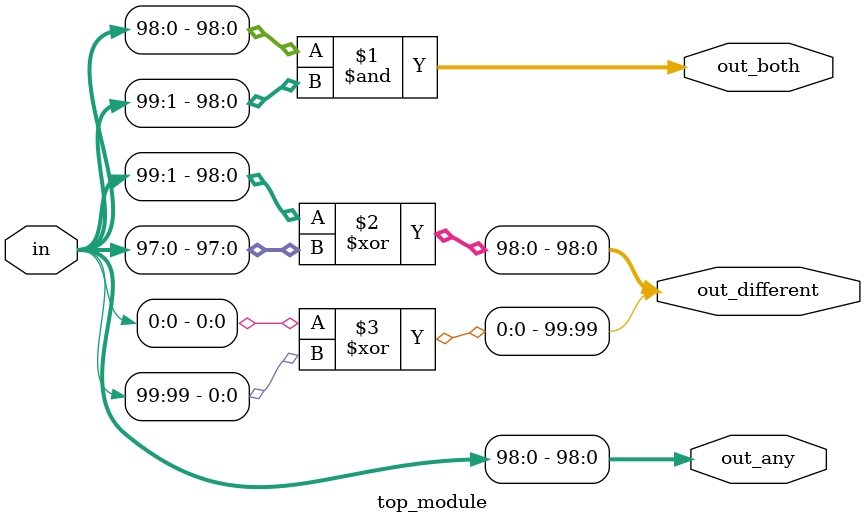
<source format=sv>
module top_module (
	input [99:0] in,
	output [98:0] out_both,
	output [99:1] out_any,
	output [99:0] out_different
);

	assign out_both = in[98:0] & in[99:1]; // perform bit-wise AND operation between the two input signals

	assign out_any = in[99:0]; // perform bit-wise OR operation between the two input signals

	assign out_different = {in[0] ^ in[99], in[99:1] ^ in[97:0]}; // perform bit-wise XOR operation between the two input signals

endmodule

</source>
